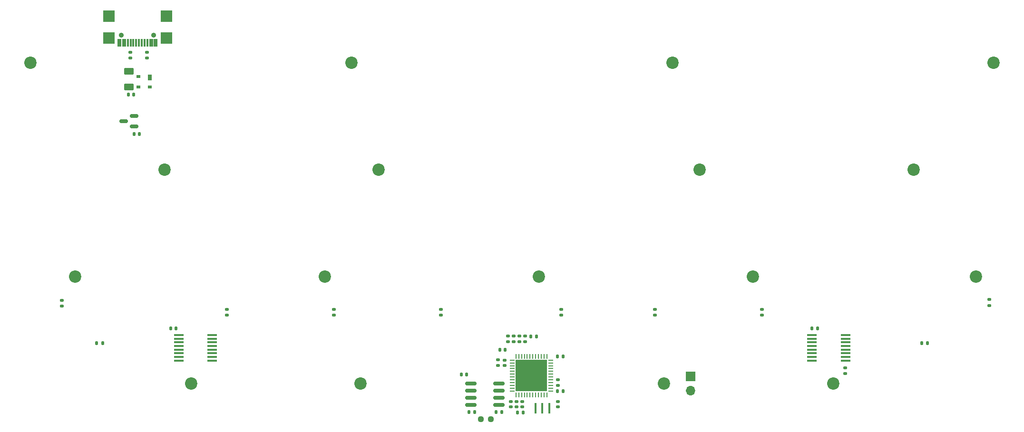
<source format=gbr>
%TF.GenerationSoftware,KiCad,Pcbnew,(7.0.0)*%
%TF.CreationDate,2023-05-14T17:36:17+02:00*%
%TF.ProjectId,travaulta prototype,74726176-6175-46c7-9461-2070726f746f,rev?*%
%TF.SameCoordinates,Original*%
%TF.FileFunction,Soldermask,Bot*%
%TF.FilePolarity,Negative*%
%FSLAX46Y46*%
G04 Gerber Fmt 4.6, Leading zero omitted, Abs format (unit mm)*
G04 Created by KiCad (PCBNEW (7.0.0)) date 2023-05-14 17:36:17*
%MOMM*%
%LPD*%
G01*
G04 APERTURE LIST*
G04 Aperture macros list*
%AMRoundRect*
0 Rectangle with rounded corners*
0 $1 Rounding radius*
0 $2 $3 $4 $5 $6 $7 $8 $9 X,Y pos of 4 corners*
0 Add a 4 corners polygon primitive as box body*
4,1,4,$2,$3,$4,$5,$6,$7,$8,$9,$2,$3,0*
0 Add four circle primitives for the rounded corners*
1,1,$1+$1,$2,$3*
1,1,$1+$1,$4,$5*
1,1,$1+$1,$6,$7*
1,1,$1+$1,$8,$9*
0 Add four rect primitives between the rounded corners*
20,1,$1+$1,$2,$3,$4,$5,0*
20,1,$1+$1,$4,$5,$6,$7,0*
20,1,$1+$1,$6,$7,$8,$9,0*
20,1,$1+$1,$8,$9,$2,$3,0*%
G04 Aperture macros list end*
%ADD10C,2.200000*%
%ADD11R,0.400000X1.900000*%
%ADD12RoundRect,0.140000X0.140000X0.170000X-0.140000X0.170000X-0.140000X-0.170000X0.140000X-0.170000X0*%
%ADD13RoundRect,0.140000X-0.140000X-0.170000X0.140000X-0.170000X0.140000X0.170000X-0.140000X0.170000X0*%
%ADD14RoundRect,0.140000X-0.170000X0.140000X-0.170000X-0.140000X0.170000X-0.140000X0.170000X0.140000X0*%
%ADD15RoundRect,0.150000X-0.825000X-0.150000X0.825000X-0.150000X0.825000X0.150000X-0.825000X0.150000X0*%
%ADD16RoundRect,0.135000X-0.185000X0.135000X-0.185000X-0.135000X0.185000X-0.135000X0.185000X0.135000X0*%
%ADD17RoundRect,0.135000X0.185000X-0.135000X0.185000X0.135000X-0.185000X0.135000X-0.185000X-0.135000X0*%
%ADD18RoundRect,0.135000X-0.135000X-0.185000X0.135000X-0.185000X0.135000X0.185000X-0.135000X0.185000X0*%
%ADD19RoundRect,0.062500X0.062500X-0.375000X0.062500X0.375000X-0.062500X0.375000X-0.062500X-0.375000X0*%
%ADD20RoundRect,0.062500X0.375000X-0.062500X0.375000X0.062500X-0.375000X0.062500X-0.375000X-0.062500X0*%
%ADD21R,5.600000X5.600000*%
%ADD22RoundRect,0.135000X0.135000X0.185000X-0.135000X0.185000X-0.135000X-0.185000X0.135000X-0.185000X0*%
%ADD23R,1.778000X0.419100*%
%ADD24RoundRect,0.250000X-0.625000X0.375000X-0.625000X-0.375000X0.625000X-0.375000X0.625000X0.375000X0*%
%ADD25R,0.700000X1.000000*%
%ADD26R,0.700000X0.600000*%
%ADD27RoundRect,0.140000X0.170000X-0.140000X0.170000X0.140000X-0.170000X0.140000X-0.170000X-0.140000X0*%
%ADD28R,1.700000X1.700000*%
%ADD29O,1.700000X1.700000*%
%ADD30RoundRect,0.150000X0.587500X0.150000X-0.587500X0.150000X-0.587500X-0.150000X0.587500X-0.150000X0*%
%ADD31RoundRect,0.237500X0.250000X0.237500X-0.250000X0.237500X-0.250000X-0.237500X0.250000X-0.237500X0*%
%ADD32C,0.900000*%
%ADD33RoundRect,0.050000X-0.300000X-0.650000X0.300000X-0.650000X0.300000X0.650000X-0.300000X0.650000X0*%
%ADD34RoundRect,0.050000X-0.150000X-0.650000X0.150000X-0.650000X0.150000X0.650000X-0.150000X0.650000X0*%
%ADD35RoundRect,0.050000X-1.000000X-1.000000X1.000000X-1.000000X1.000000X1.000000X-1.000000X1.000000X0*%
G04 APERTURE END LIST*
D10*
%TO.C,H2*%
X120650000Y-57150000D03*
%TD*%
%TO.C,H11*%
X153987500Y-95250000D03*
%TD*%
%TO.C,H1*%
X63500000Y-57150000D03*
%TD*%
%TO.C,H9*%
X71437500Y-95250000D03*
%TD*%
%TO.C,H13*%
X231775000Y-95250000D03*
%TD*%
%TO.C,H5*%
X87312500Y-76200000D03*
%TD*%
%TO.C,H10*%
X115887500Y-95250000D03*
%TD*%
%TO.C,H8*%
X220662500Y-76200000D03*
%TD*%
%TO.C,H15*%
X122237500Y-114300000D03*
%TD*%
%TO.C,H3*%
X177800000Y-57150000D03*
%TD*%
%TO.C,H17*%
X206375000Y-114300000D03*
%TD*%
%TO.C,H4*%
X234950000Y-57150000D03*
%TD*%
%TO.C,H6*%
X125412500Y-76200000D03*
%TD*%
%TO.C,H16*%
X176212500Y-114300000D03*
%TD*%
%TO.C,H12*%
X192087500Y-95250000D03*
%TD*%
%TO.C,H7*%
X182562500Y-76200000D03*
%TD*%
%TO.C,H14*%
X92075000Y-114300000D03*
%TD*%
D11*
%TO.C,Y1*%
X153415999Y-118744999D03*
X154615999Y-118744999D03*
X155815999Y-118744999D03*
%TD*%
D12*
%TO.C,C7*%
X147984000Y-108331000D03*
X147024000Y-108331000D03*
%TD*%
D13*
%TO.C,C12*%
X202609436Y-104534305D03*
X203569436Y-104534305D03*
%TD*%
D14*
%TO.C,C15*%
X149031000Y-117540000D03*
X149031000Y-118500000D03*
%TD*%
D15*
%TO.C,U5*%
X141899097Y-118120501D03*
X141899097Y-116850501D03*
X141899097Y-115580501D03*
X141899097Y-114310501D03*
X146849097Y-114310501D03*
X146849097Y-115580501D03*
X146849097Y-116850501D03*
X146849097Y-118120501D03*
%TD*%
D16*
%TO.C,R7*%
X146742000Y-110107000D03*
X146742000Y-111127000D03*
%TD*%
D17*
%TO.C,R11*%
X98425000Y-102110000D03*
X98425000Y-101090000D03*
%TD*%
D16*
%TO.C,R2*%
X151511000Y-105877000D03*
X151511000Y-106897000D03*
%TD*%
D13*
%TO.C,C9*%
X157311000Y-115663994D03*
X158271000Y-115663994D03*
%TD*%
D18*
%TO.C,R4*%
X152525000Y-105918000D03*
X153545000Y-105918000D03*
%TD*%
D19*
%TO.C,U1*%
X155404000Y-116340500D03*
X154904000Y-116340500D03*
X154404000Y-116340500D03*
X153904000Y-116340500D03*
X153404000Y-116340500D03*
X152904000Y-116340500D03*
X152404000Y-116340500D03*
X151904000Y-116340500D03*
X151404000Y-116340500D03*
X150904000Y-116340500D03*
X150404000Y-116340500D03*
X149904000Y-116340500D03*
D20*
X149216500Y-115653000D03*
X149216500Y-115153000D03*
X149216500Y-114653000D03*
X149216500Y-114153000D03*
X149216500Y-113653000D03*
X149216500Y-113153000D03*
X149216500Y-112653000D03*
X149216500Y-112153000D03*
X149216500Y-111653000D03*
X149216500Y-111153000D03*
X149216500Y-110653000D03*
X149216500Y-110153000D03*
D19*
X149904000Y-109465500D03*
X150404000Y-109465500D03*
X150904000Y-109465500D03*
X151404000Y-109465500D03*
X151904000Y-109465500D03*
X152404000Y-109465500D03*
X152904000Y-109465500D03*
X153404000Y-109465500D03*
X153904000Y-109465500D03*
X154404000Y-109465500D03*
X154904000Y-109465500D03*
X155404000Y-109465500D03*
D20*
X156091500Y-110153000D03*
X156091500Y-110653000D03*
X156091500Y-111153000D03*
X156091500Y-111653000D03*
X156091500Y-112153000D03*
X156091500Y-112653000D03*
X156091500Y-113153000D03*
X156091500Y-113653000D03*
X156091500Y-114153000D03*
X156091500Y-114653000D03*
X156091500Y-115153000D03*
X156091500Y-115653000D03*
D21*
X152653999Y-112902999D03*
%TD*%
D17*
%TO.C,R12*%
X157956250Y-102110000D03*
X157956250Y-101090000D03*
%TD*%
%TO.C,R15*%
X69088000Y-100522500D03*
X69088000Y-99502500D03*
%TD*%
D14*
%TO.C,C11*%
X151063000Y-117540000D03*
X151063000Y-118500000D03*
%TD*%
D22*
%TO.C,R13*%
X76305148Y-107156250D03*
X75285148Y-107156250D03*
%TD*%
D13*
%TO.C,C8*%
X157311000Y-109474000D03*
X158271000Y-109474000D03*
%TD*%
D17*
%TO.C,R10*%
X174625000Y-102110000D03*
X174625000Y-101090000D03*
%TD*%
D23*
%TO.C,U3*%
X208555589Y-105676699D03*
X208555589Y-106326939D03*
X208555589Y-106977179D03*
X208555589Y-107627419D03*
X208555589Y-108272579D03*
X208555589Y-108922819D03*
X208555589Y-109573059D03*
X208555589Y-110223299D03*
X202606909Y-110223299D03*
X202606909Y-109573059D03*
X202606909Y-108922819D03*
X202606909Y-108272579D03*
X202606909Y-107627419D03*
X202606909Y-106977179D03*
X202606909Y-106326939D03*
X202606909Y-105676699D03*
%TD*%
D17*
%TO.C,R1*%
X148463000Y-106897000D03*
X148463000Y-105877000D03*
%TD*%
D16*
%TO.C,R16*%
X234156250Y-99377387D03*
X234156250Y-100397387D03*
%TD*%
D12*
%TO.C,C14*%
X141132500Y-112712500D03*
X140172500Y-112712500D03*
%TD*%
D17*
%TO.C,R9*%
X149479000Y-106897000D03*
X149479000Y-105877000D03*
%TD*%
D12*
%TO.C,C13*%
X89380000Y-104485820D03*
X88420000Y-104485820D03*
%TD*%
D18*
%TO.C,R21*%
X146332687Y-119390501D03*
X147352687Y-119390501D03*
%TD*%
D13*
%TO.C,C5*%
X81943000Y-69850000D03*
X82903000Y-69850000D03*
%TD*%
D17*
%TO.C,R20*%
X193675000Y-102110000D03*
X193675000Y-101090000D03*
%TD*%
D22*
%TO.C,R23*%
X142592312Y-119390501D03*
X141572312Y-119390501D03*
%TD*%
D16*
%TO.C,R14*%
X208548088Y-111558447D03*
X208548088Y-112578447D03*
%TD*%
D18*
%TO.C,R6*%
X150169000Y-119507000D03*
X151189000Y-119507000D03*
%TD*%
D24*
%TO.C,F_USBC1*%
X80962500Y-58671000D03*
X80962500Y-61471000D03*
%TD*%
D25*
%TO.C,D1*%
X84692999Y-59828999D03*
D26*
X84692999Y-61528999D03*
X82692999Y-61528999D03*
X82692999Y-59628999D03*
%TD*%
D17*
%TO.C,R18*%
X81280000Y-56356250D03*
X81280000Y-55336250D03*
%TD*%
D16*
%TO.C,R3*%
X157410000Y-113663000D03*
X157410000Y-114683000D03*
%TD*%
%TO.C,R8*%
X150495000Y-105877000D03*
X150495000Y-106897000D03*
%TD*%
D18*
%TO.C,R5*%
X222146885Y-107164145D03*
X223166885Y-107164145D03*
%TD*%
D27*
%TO.C,C1*%
X147885000Y-111097000D03*
X147885000Y-110137000D03*
%TD*%
D13*
%TO.C,C4*%
X80927000Y-62865000D03*
X81887000Y-62865000D03*
%TD*%
D23*
%TO.C,U4*%
X95843089Y-105676699D03*
X95843089Y-106326939D03*
X95843089Y-106977179D03*
X95843089Y-107627419D03*
X95843089Y-108272579D03*
X95843089Y-108922819D03*
X95843089Y-109573059D03*
X95843089Y-110223299D03*
X89894409Y-110223299D03*
X89894409Y-109573059D03*
X89894409Y-108922819D03*
X89894409Y-108272579D03*
X89894409Y-107627419D03*
X89894409Y-106977179D03*
X89894409Y-106326939D03*
X89894409Y-105676699D03*
%TD*%
D28*
%TO.C,SW38*%
X180974999Y-113024999D03*
D29*
X180974999Y-115564999D03*
%TD*%
D14*
%TO.C,C6*%
X157410000Y-117503000D03*
X157410000Y-118463000D03*
%TD*%
D30*
%TO.C,U2*%
X81963500Y-66614000D03*
X81963500Y-68514000D03*
X80088500Y-67564000D03*
%TD*%
D31*
%TO.C,JP1*%
X145462340Y-120650000D03*
X143637340Y-120650000D03*
%TD*%
D32*
%TO.C,USB1*%
X79660000Y-52271250D03*
X85440000Y-52271250D03*
D33*
X79350000Y-53631250D03*
X80150000Y-53631250D03*
D34*
X80800000Y-53631250D03*
X81300000Y-53631250D03*
X81800000Y-53631250D03*
X82300000Y-53631250D03*
X82800000Y-53631250D03*
X83300000Y-53631250D03*
X83800000Y-53631250D03*
X84300000Y-53631250D03*
D33*
X84950000Y-53631250D03*
X85750000Y-53631250D03*
D35*
X77430000Y-48871250D03*
X77430000Y-52771250D03*
X87670000Y-48871250D03*
X87670000Y-52771250D03*
%TD*%
D17*
%TO.C,R19*%
X136525000Y-102110000D03*
X136525000Y-101090000D03*
%TD*%
D16*
%TO.C,R24*%
X84201000Y-55336250D03*
X84201000Y-56356250D03*
%TD*%
D14*
%TO.C,C10*%
X150047000Y-117540000D03*
X150047000Y-118500000D03*
%TD*%
D17*
%TO.C,R17*%
X117475000Y-102110000D03*
X117475000Y-101090000D03*
%TD*%
M02*

</source>
